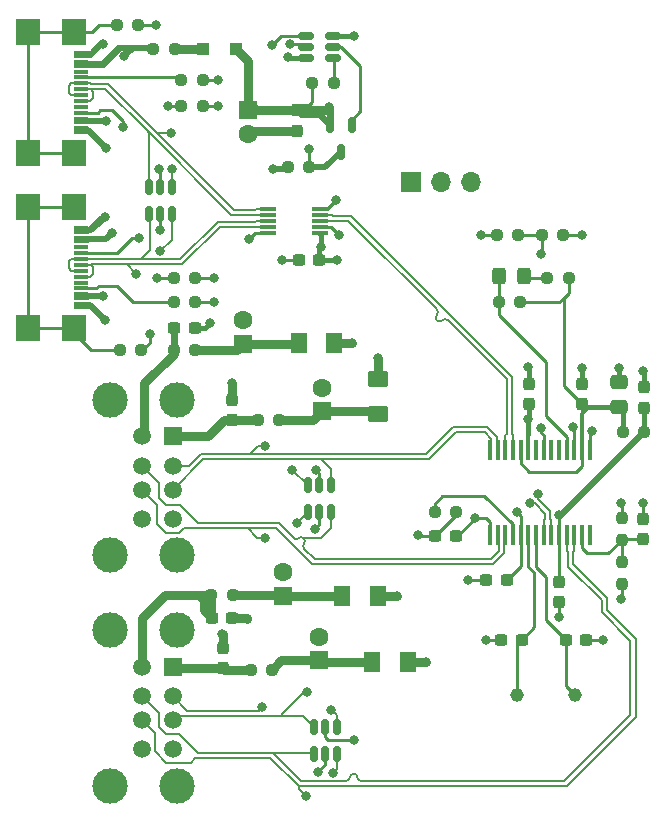
<source format=gtl>
%TF.GenerationSoftware,KiCad,Pcbnew,(6.0.10)*%
%TF.CreationDate,2023-01-17T15:39:29+01:00*%
%TF.ProjectId,kvm,6b766d2e-6b69-4636-9164-5f7063625858,v01*%
%TF.SameCoordinates,Original*%
%TF.FileFunction,Copper,L1,Top*%
%TF.FilePolarity,Positive*%
%FSLAX46Y46*%
G04 Gerber Fmt 4.6, Leading zero omitted, Abs format (unit mm)*
G04 Created by KiCad (PCBNEW (6.0.10)) date 2023-01-17 15:39:29*
%MOMM*%
%LPD*%
G01*
G04 APERTURE LIST*
G04 Aperture macros list*
%AMRoundRect*
0 Rectangle with rounded corners*
0 $1 Rounding radius*
0 $2 $3 $4 $5 $6 $7 $8 $9 X,Y pos of 4 corners*
0 Add a 4 corners polygon primitive as box body*
4,1,4,$2,$3,$4,$5,$6,$7,$8,$9,$2,$3,0*
0 Add four circle primitives for the rounded corners*
1,1,$1+$1,$2,$3*
1,1,$1+$1,$4,$5*
1,1,$1+$1,$6,$7*
1,1,$1+$1,$8,$9*
0 Add four rect primitives between the rounded corners*
20,1,$1+$1,$2,$3,$4,$5,0*
20,1,$1+$1,$4,$5,$6,$7,0*
20,1,$1+$1,$6,$7,$8,$9,0*
20,1,$1+$1,$8,$9,$2,$3,0*%
G04 Aperture macros list end*
%TA.AperFunction,SMDPad,CuDef*%
%ADD10RoundRect,0.237500X-0.250000X-0.237500X0.250000X-0.237500X0.250000X0.237500X-0.250000X0.237500X0*%
%TD*%
%TA.AperFunction,SMDPad,CuDef*%
%ADD11RoundRect,0.237500X0.300000X0.237500X-0.300000X0.237500X-0.300000X-0.237500X0.300000X-0.237500X0*%
%TD*%
%TA.AperFunction,SMDPad,CuDef*%
%ADD12RoundRect,0.250001X0.462499X0.624999X-0.462499X0.624999X-0.462499X-0.624999X0.462499X-0.624999X0*%
%TD*%
%TA.AperFunction,ComponentPad*%
%ADD13R,1.500000X1.500000*%
%TD*%
%TA.AperFunction,ComponentPad*%
%ADD14C,1.500000*%
%TD*%
%TA.AperFunction,ComponentPad*%
%ADD15C,3.000000*%
%TD*%
%TA.AperFunction,SMDPad,CuDef*%
%ADD16RoundRect,0.237500X-0.237500X0.300000X-0.237500X-0.300000X0.237500X-0.300000X0.237500X0.300000X0*%
%TD*%
%TA.AperFunction,SMDPad,CuDef*%
%ADD17RoundRect,0.237500X0.250000X0.237500X-0.250000X0.237500X-0.250000X-0.237500X0.250000X-0.237500X0*%
%TD*%
%TA.AperFunction,SMDPad,CuDef*%
%ADD18R,1.100000X1.100000*%
%TD*%
%TA.AperFunction,SMDPad,CuDef*%
%ADD19RoundRect,0.237500X0.237500X-0.300000X0.237500X0.300000X-0.237500X0.300000X-0.237500X-0.300000X0*%
%TD*%
%TA.AperFunction,SMDPad,CuDef*%
%ADD20RoundRect,0.237500X-0.300000X-0.237500X0.300000X-0.237500X0.300000X0.237500X-0.300000X0.237500X0*%
%TD*%
%TA.AperFunction,SMDPad,CuDef*%
%ADD21RoundRect,0.150000X-0.150000X0.512500X-0.150000X-0.512500X0.150000X-0.512500X0.150000X0.512500X0*%
%TD*%
%TA.AperFunction,ComponentPad*%
%ADD22R,1.600000X1.600000*%
%TD*%
%TA.AperFunction,ComponentPad*%
%ADD23C,1.600000*%
%TD*%
%TA.AperFunction,SMDPad,CuDef*%
%ADD24RoundRect,0.250000X0.475000X-0.337500X0.475000X0.337500X-0.475000X0.337500X-0.475000X-0.337500X0*%
%TD*%
%TA.AperFunction,SMDPad,CuDef*%
%ADD25R,1.150000X0.300000*%
%TD*%
%TA.AperFunction,SMDPad,CuDef*%
%ADD26R,2.000000X2.180000*%
%TD*%
%TA.AperFunction,SMDPad,CuDef*%
%ADD27RoundRect,0.237500X0.237500X-0.250000X0.237500X0.250000X-0.237500X0.250000X-0.237500X-0.250000X0*%
%TD*%
%TA.AperFunction,ComponentPad*%
%ADD28R,1.700000X1.700000*%
%TD*%
%TA.AperFunction,ComponentPad*%
%ADD29O,1.700000X1.700000*%
%TD*%
%TA.AperFunction,SMDPad,CuDef*%
%ADD30R,0.450000X1.750000*%
%TD*%
%TA.AperFunction,SMDPad,CuDef*%
%ADD31RoundRect,0.250000X-0.325000X-0.450000X0.325000X-0.450000X0.325000X0.450000X-0.325000X0.450000X0*%
%TD*%
%TA.AperFunction,SMDPad,CuDef*%
%ADD32R,1.400000X0.300000*%
%TD*%
%TA.AperFunction,SMDPad,CuDef*%
%ADD33RoundRect,0.150000X-0.512500X-0.150000X0.512500X-0.150000X0.512500X0.150000X-0.512500X0.150000X0*%
%TD*%
%TA.AperFunction,SMDPad,CuDef*%
%ADD34RoundRect,0.250001X-0.624999X0.462499X-0.624999X-0.462499X0.624999X-0.462499X0.624999X0.462499X0*%
%TD*%
%TA.AperFunction,ComponentPad*%
%ADD35C,1.155000*%
%TD*%
%TA.AperFunction,ViaPad*%
%ADD36C,0.800000*%
%TD*%
%TA.AperFunction,Conductor*%
%ADD37C,0.800000*%
%TD*%
%TA.AperFunction,Conductor*%
%ADD38C,0.250000*%
%TD*%
%TA.AperFunction,Conductor*%
%ADD39C,0.600000*%
%TD*%
%TA.AperFunction,Conductor*%
%ADD40C,0.400000*%
%TD*%
%TA.AperFunction,Conductor*%
%ADD41C,0.300000*%
%TD*%
%TA.AperFunction,Conductor*%
%ADD42C,0.500000*%
%TD*%
%TA.AperFunction,Conductor*%
%ADD43C,0.200000*%
%TD*%
G04 APERTURE END LIST*
D10*
X70334500Y-68834000D03*
X72159500Y-68834000D03*
D11*
X103097500Y-88265000D03*
X101372500Y-88265000D03*
D12*
X92165500Y-89662000D03*
X89190500Y-89662000D03*
D13*
X74825000Y-76129000D03*
D14*
X74825000Y-78629000D03*
X74825000Y-80629000D03*
X74825000Y-83129000D03*
X72205000Y-76129000D03*
X72205000Y-78629000D03*
X72205000Y-80629000D03*
X72205000Y-83129000D03*
D15*
X75175000Y-86199000D03*
X69495000Y-73059000D03*
X75175000Y-73059000D03*
X69495000Y-86199000D03*
D16*
X107543600Y-88418500D03*
X107543600Y-90143500D03*
D17*
X83843500Y-74771000D03*
X82018500Y-74771000D03*
X107882100Y-59096200D03*
X106057100Y-59096200D03*
X98829500Y-82489600D03*
X97004500Y-82489600D03*
D18*
X80166500Y-43342908D03*
X77366500Y-43342908D03*
D11*
X109828500Y-93345000D03*
X108103500Y-93345000D03*
D17*
X104102044Y-59096200D03*
X102277044Y-59096200D03*
D10*
X74906500Y-62738000D03*
X76731500Y-62738000D03*
X74906500Y-64770000D03*
X76731500Y-64770000D03*
D19*
X114757200Y-73684300D03*
X114757200Y-71959300D03*
D20*
X102642500Y-93345000D03*
X104367500Y-93345000D03*
D11*
X87251000Y-61214000D03*
X85526000Y-61214000D03*
D17*
X108354500Y-62738000D03*
X106529500Y-62738000D03*
D21*
X90009000Y-49763000D03*
X88109000Y-49763000D03*
X89059000Y-52038000D03*
D22*
X80772000Y-68302339D03*
D23*
X80772000Y-66302339D03*
D21*
X74737000Y-54996500D03*
X73787000Y-54996500D03*
X72837000Y-54996500D03*
X72837000Y-57271500D03*
X73787000Y-57271500D03*
X74737000Y-57271500D03*
X88707000Y-100716500D03*
X87757000Y-100716500D03*
X86807000Y-100716500D03*
X86807000Y-102991500D03*
X87757000Y-102991500D03*
X88707000Y-102991500D03*
D24*
X112572800Y-73631600D03*
X112572800Y-71556600D03*
D25*
X67051000Y-43640000D03*
X67051000Y-44440000D03*
X67051000Y-45740000D03*
X67051000Y-46740000D03*
X67051000Y-47240000D03*
X67051000Y-48240000D03*
X67051000Y-49540000D03*
X67051000Y-50340000D03*
X67051000Y-50040000D03*
X67051000Y-49240000D03*
X67051000Y-48740000D03*
X67051000Y-47740000D03*
X67051000Y-46240000D03*
X67051000Y-45240000D03*
X67051000Y-44740000D03*
X67051000Y-43940000D03*
D26*
X62546000Y-41880000D03*
X62546000Y-52100000D03*
X66476000Y-41880000D03*
X66476000Y-52100000D03*
D10*
X75541500Y-45974000D03*
X77366500Y-45974000D03*
D19*
X104952800Y-73379500D03*
X104952800Y-71654500D03*
D17*
X104239700Y-64770000D03*
X102414700Y-64770000D03*
D22*
X87503000Y-74009000D03*
D23*
X87503000Y-72009000D03*
D10*
X84558500Y-53340000D03*
X86383500Y-53340000D03*
D27*
X112826800Y-88620600D03*
X112826800Y-86795600D03*
D11*
X76681500Y-66929000D03*
X74956500Y-66929000D03*
D17*
X76731500Y-68808600D03*
X74906500Y-68808600D03*
D19*
X85370500Y-50239000D03*
X85370500Y-48514000D03*
D16*
X79044800Y-94041987D03*
X79044800Y-95766987D03*
D28*
X95011000Y-54610000D03*
D29*
X97551000Y-54610000D03*
X100091000Y-54610000D03*
D17*
X88447500Y-46202908D03*
X86622500Y-46202908D03*
D22*
X84201000Y-89630000D03*
D23*
X84201000Y-87630000D03*
D10*
X73155000Y-43342908D03*
X74980000Y-43342908D03*
D25*
X67051000Y-58499000D03*
X67051000Y-59299000D03*
X67051000Y-60599000D03*
X67051000Y-61599000D03*
X67051000Y-62099000D03*
X67051000Y-63099000D03*
X67051000Y-64399000D03*
X67051000Y-65199000D03*
X67051000Y-64899000D03*
X67051000Y-64099000D03*
X67051000Y-63599000D03*
X67051000Y-62599000D03*
X67051000Y-61099000D03*
X67051000Y-60099000D03*
X67051000Y-59599000D03*
X67051000Y-58799000D03*
D26*
X62546000Y-56739000D03*
X62546000Y-66959000D03*
X66476000Y-56739000D03*
X66476000Y-66959000D03*
D19*
X109474000Y-73379500D03*
X109474000Y-71654500D03*
D30*
X101693000Y-84499000D03*
X102343000Y-84499000D03*
X102993000Y-84499000D03*
X103643000Y-84499000D03*
X104293000Y-84499000D03*
X104943000Y-84499000D03*
X105593000Y-84499000D03*
X106243000Y-84499000D03*
X106893000Y-84499000D03*
X107543000Y-84499000D03*
X108193000Y-84499000D03*
X108843000Y-84499000D03*
X109493000Y-84499000D03*
X110143000Y-84499000D03*
X110143000Y-77299000D03*
X109493000Y-77299000D03*
X108843000Y-77299000D03*
X108193000Y-77299000D03*
X107543000Y-77299000D03*
X106893000Y-77299000D03*
X106243000Y-77299000D03*
X105593000Y-77299000D03*
X104943000Y-77299000D03*
X104293000Y-77299000D03*
X103643000Y-77299000D03*
X102993000Y-77299000D03*
X102343000Y-77299000D03*
X101693000Y-77299000D03*
D22*
X81179500Y-48485988D03*
D23*
X81179500Y-50485988D03*
D31*
X102492100Y-62525200D03*
X104542100Y-62525200D03*
D32*
X87290000Y-58912000D03*
X87290000Y-58412000D03*
X87290000Y-57912000D03*
X87290000Y-57412000D03*
X87290000Y-56912000D03*
X82890000Y-56912000D03*
X82890000Y-57412000D03*
X82890000Y-57912000D03*
X82890000Y-58412000D03*
X82890000Y-58912000D03*
D11*
X98779500Y-84521600D03*
X97054500Y-84521600D03*
D22*
X87172800Y-95096521D03*
D23*
X87172800Y-93096521D03*
D13*
X74825000Y-95630010D03*
D14*
X74825000Y-98130010D03*
X74825000Y-100130010D03*
X74825000Y-102630010D03*
X72205000Y-95630010D03*
X72205000Y-98130010D03*
X72205000Y-100130010D03*
X72205000Y-102630010D03*
D15*
X69495000Y-92560010D03*
X75175000Y-105700010D03*
X75175000Y-92560010D03*
X69495000Y-105700010D03*
D10*
X70080500Y-41275000D03*
X71905500Y-41275000D03*
D17*
X83259300Y-95869687D03*
X81434300Y-95869687D03*
D10*
X75541500Y-48133000D03*
X77366500Y-48133000D03*
D33*
X86143500Y-42204908D03*
X86143500Y-43154908D03*
X86143500Y-44104908D03*
X88418500Y-44104908D03*
X88418500Y-43154908D03*
X88418500Y-42204908D03*
D16*
X79832200Y-73044900D03*
X79832200Y-74769900D03*
D11*
X79856500Y-91541600D03*
X78131500Y-91541600D03*
D17*
X114755300Y-75717400D03*
X112930300Y-75717400D03*
D12*
X88482500Y-68199000D03*
X85507500Y-68199000D03*
D34*
X92202000Y-71283500D03*
X92202000Y-74258500D03*
D12*
X94705500Y-95250000D03*
X91730500Y-95250000D03*
D35*
X103986000Y-98044000D03*
X108866000Y-98044000D03*
D27*
X112826800Y-84859500D03*
X112826800Y-83034500D03*
D19*
X114604800Y-84811400D03*
X114604800Y-83086400D03*
D17*
X79906500Y-89560400D03*
X78081500Y-89560400D03*
D21*
X88199000Y-80269500D03*
X87249000Y-80269500D03*
X86299000Y-80269500D03*
X86299000Y-82544500D03*
X87249000Y-82544500D03*
X88199000Y-82544500D03*
D36*
X92202000Y-69469000D03*
X86868000Y-83947000D03*
X112776000Y-89916000D03*
X104902000Y-74676000D03*
X90043000Y-68199000D03*
X87376000Y-60071000D03*
X87122000Y-104521000D03*
X88773000Y-61214000D03*
X90196500Y-42264500D03*
X88037500Y-48233500D03*
X96266000Y-95250000D03*
X108712000Y-75311000D03*
X109474000Y-59055000D03*
X73787000Y-58674000D03*
X93853000Y-89662000D03*
X69088000Y-57531000D03*
X84735500Y-42929408D03*
X114681000Y-81788000D03*
X78359000Y-64770000D03*
X84608500Y-44042500D03*
X78359000Y-62738000D03*
X84074000Y-61214000D03*
X78994000Y-92837000D03*
X78651908Y-45974000D03*
X69088000Y-66294000D03*
X68961000Y-42926000D03*
X109474000Y-70358000D03*
X104902000Y-70231000D03*
X77978000Y-66548000D03*
X72898000Y-67437000D03*
X101346000Y-93345000D03*
X81153000Y-91567000D03*
X79883000Y-71628000D03*
X107569000Y-91440000D03*
X112776000Y-81788000D03*
X110363000Y-75692000D03*
X78651908Y-48133000D03*
X95631000Y-84455000D03*
X86995000Y-78994000D03*
X111252000Y-93345000D03*
X90170000Y-101854000D03*
X73406000Y-41275000D03*
X114681000Y-70612000D03*
X73660000Y-53467000D03*
X69215000Y-51689000D03*
X81280000Y-59436000D03*
X112649000Y-70358000D03*
X88646000Y-56134000D03*
X99822000Y-88265000D03*
X100965000Y-59055000D03*
X104013000Y-82550000D03*
X107569000Y-82804000D03*
X100457000Y-83058000D03*
X83211500Y-43026500D03*
X86360000Y-51816000D03*
X106045000Y-60706000D03*
X106045000Y-75438000D03*
X88900000Y-59055000D03*
X74803000Y-53467000D03*
X74676000Y-50419000D03*
X73787000Y-60424500D03*
X71755000Y-62357000D03*
X84963000Y-78994000D03*
X82677000Y-76962000D03*
X85344000Y-83439000D03*
X82677000Y-84709000D03*
X88392000Y-104612500D03*
X86106000Y-106553000D03*
X105781232Y-81035768D03*
X86233000Y-97790000D03*
X105038768Y-81778232D03*
X82423000Y-99060000D03*
X88265000Y-99314000D03*
X69723000Y-58928000D03*
X68961000Y-64262000D03*
X83312000Y-53467000D03*
X72009000Y-59309000D03*
X73533000Y-62738000D03*
X69215000Y-49403000D03*
X70739000Y-43942000D03*
X74422000Y-48133000D03*
X70612000Y-49911000D03*
D37*
X92202000Y-71283500D02*
X92202000Y-69469000D01*
X81915000Y-48514000D02*
X81207512Y-48514000D01*
X85524000Y-48360500D02*
X85370500Y-48514000D01*
D38*
X107882100Y-59096200D02*
X109432800Y-59096200D01*
X109432800Y-59096200D02*
X109474000Y-59055000D01*
X112826800Y-89865200D02*
X112776000Y-89916000D01*
D39*
X87214500Y-48868500D02*
X88109000Y-49763000D01*
D37*
X88482500Y-68199000D02*
X90043000Y-68199000D01*
X81179500Y-44355908D02*
X80166500Y-43342908D01*
D39*
X85370500Y-48514000D02*
X85725000Y-48868500D01*
D37*
X81179500Y-47598500D02*
X81179500Y-44355908D01*
D38*
X86640500Y-46201500D02*
X86639092Y-46202908D01*
D40*
X90136908Y-42204908D02*
X90196500Y-42264500D01*
D38*
X85979000Y-48514000D02*
X86640500Y-47852500D01*
D37*
X81179500Y-48485988D02*
X81179500Y-47598500D01*
D40*
X87376000Y-60071000D02*
X87376000Y-58998000D01*
D38*
X73787000Y-58674000D02*
X73787000Y-57271500D01*
X108843000Y-75442000D02*
X108712000Y-75311000D01*
D37*
X85370500Y-48514000D02*
X87757000Y-48514000D01*
D40*
X104952800Y-73379500D02*
X104952800Y-74625200D01*
X87251000Y-61214000D02*
X88773000Y-61214000D01*
D37*
X94705500Y-95250000D02*
X96266000Y-95250000D01*
X87757000Y-48514000D02*
X88037500Y-48233500D01*
D38*
X87249000Y-82544500D02*
X87249000Y-83566000D01*
D40*
X87340000Y-58962000D02*
X87290000Y-58962000D01*
X87251000Y-60196000D02*
X87376000Y-60071000D01*
D41*
X104943000Y-75987000D02*
X104943000Y-77299000D01*
D38*
X87757000Y-103886000D02*
X87122000Y-104521000D01*
D40*
X88418500Y-42204908D02*
X90136908Y-42204908D01*
D39*
X88109000Y-49763000D02*
X88109000Y-48305000D01*
D40*
X87376000Y-58998000D02*
X87340000Y-58962000D01*
D37*
X81179500Y-47598500D02*
X81179500Y-47778500D01*
D40*
X104952800Y-74625200D02*
X104902000Y-74676000D01*
D39*
X88109000Y-48305000D02*
X88037500Y-48233500D01*
D41*
X104902000Y-75946000D02*
X104943000Y-75987000D01*
D38*
X108843000Y-77299000D02*
X108843000Y-75442000D01*
D37*
X81207512Y-48514000D02*
X81179500Y-48485988D01*
D40*
X104902000Y-74676000D02*
X104902000Y-75946000D01*
D38*
X87757000Y-102991500D02*
X87757000Y-103886000D01*
D40*
X87251000Y-61214000D02*
X87251000Y-60196000D01*
D38*
X86639092Y-46202908D02*
X86622500Y-46202908D01*
D39*
X85725000Y-48868500D02*
X87214500Y-48868500D01*
D37*
X81179500Y-47778500D02*
X81915000Y-48514000D01*
D38*
X85370500Y-48514000D02*
X85979000Y-48514000D01*
D37*
X85370500Y-48514000D02*
X81915000Y-48514000D01*
D38*
X86640500Y-47852500D02*
X86640500Y-46201500D01*
X87249000Y-83566000D02*
X86868000Y-83947000D01*
X112826800Y-88620600D02*
X112826800Y-89865200D01*
D37*
X86132500Y-48360500D02*
X85524000Y-48360500D01*
X92165500Y-89662000D02*
X93853000Y-89662000D01*
D38*
X86133908Y-43154908D02*
X86132500Y-43153500D01*
D42*
X67945000Y-58674000D02*
X68580000Y-58039000D01*
D38*
X88011000Y-101854000D02*
X90170000Y-101854000D01*
X76731500Y-62738000D02*
X78359000Y-62738000D01*
D42*
X68580000Y-58039000D02*
X69088000Y-57531000D01*
D38*
X77366500Y-45974000D02*
X78651908Y-45974000D01*
X81804000Y-58912000D02*
X81280000Y-59436000D01*
X71905500Y-41275000D02*
X73406000Y-41275000D01*
D40*
X86143500Y-44104908D02*
X84670908Y-44104908D01*
D42*
X67818000Y-65024000D02*
X69088000Y-66294000D01*
D38*
X67691000Y-65151000D02*
X67691000Y-65024000D01*
X102642500Y-93345000D02*
X101346000Y-93345000D01*
X85526000Y-61214000D02*
X84074000Y-61214000D01*
X67691000Y-65024000D02*
X67691000Y-64897000D01*
X101006200Y-59096200D02*
X100965000Y-59055000D01*
X98829500Y-82489600D02*
X98829500Y-82746600D01*
X86132500Y-43153500D02*
X85908408Y-42929408D01*
X107569000Y-90168900D02*
X107543600Y-90143500D01*
X112826800Y-81838800D02*
X112776000Y-81788000D01*
X109828500Y-93345000D02*
X111252000Y-93345000D01*
X67053000Y-50038000D02*
X67051000Y-50040000D01*
X110143000Y-75912000D02*
X110363000Y-75692000D01*
D37*
X79044800Y-94041987D02*
X79044800Y-92887800D01*
D38*
X88519000Y-56261000D02*
X88646000Y-56134000D01*
X107569000Y-91440000D02*
X107569000Y-90168900D01*
X72898000Y-68199000D02*
X72898000Y-67437000D01*
D40*
X104952800Y-70281800D02*
X104902000Y-70231000D01*
D38*
X67691000Y-58674000D02*
X67691000Y-58547000D01*
X107543600Y-90143500D02*
X107543600Y-91414600D01*
X101372500Y-88265000D02*
X99822000Y-88265000D01*
D41*
X67866000Y-43640000D02*
X68580000Y-42926000D01*
D38*
X67691000Y-64897000D02*
X67053000Y-64897000D01*
D40*
X114757200Y-71959300D02*
X114757200Y-70688200D01*
X84670908Y-44104908D02*
X84608500Y-44042500D01*
D38*
X67051000Y-58799000D02*
X67689000Y-58799000D01*
X112826800Y-83034500D02*
X112826800Y-81838800D01*
X67689000Y-58799000D02*
X67691000Y-58801000D01*
X85908408Y-42929408D02*
X84735500Y-42929408D01*
X72263000Y-68834000D02*
X72898000Y-68199000D01*
D37*
X85370500Y-50239000D02*
X81426488Y-50239000D01*
D38*
X87249000Y-79248000D02*
X86995000Y-78994000D01*
X72159500Y-68834000D02*
X72263000Y-68834000D01*
D37*
X81127600Y-91541600D02*
X81153000Y-91567000D01*
X79044800Y-92887800D02*
X78994000Y-92837000D01*
X81426488Y-50239000D02*
X81179500Y-50485988D01*
D40*
X77597000Y-66929000D02*
X77978000Y-66548000D01*
D42*
X67691000Y-50165000D02*
X69215000Y-51689000D01*
D37*
X79856500Y-91541600D02*
X81127600Y-91541600D01*
D38*
X86143500Y-43154908D02*
X86133908Y-43154908D01*
X87757000Y-101600000D02*
X88011000Y-101854000D01*
D42*
X67691000Y-65024000D02*
X67818000Y-65024000D01*
D38*
X73787000Y-53594000D02*
X73787000Y-54996500D01*
X87868000Y-56912000D02*
X88519000Y-56261000D01*
D40*
X114757200Y-70688200D02*
X114681000Y-70612000D01*
D38*
X67691000Y-50292000D02*
X67643000Y-50340000D01*
D41*
X67051000Y-43940000D02*
X67947000Y-43940000D01*
D38*
X114604800Y-81864200D02*
X114681000Y-81788000D01*
X82890000Y-58912000D02*
X81804000Y-58912000D01*
X67691000Y-50165000D02*
X67691000Y-50292000D01*
X67643000Y-65199000D02*
X67691000Y-65151000D01*
X67051000Y-50340000D02*
X67643000Y-50340000D01*
X67053000Y-64897000D02*
X67051000Y-64899000D01*
X73660000Y-53467000D02*
X73787000Y-53594000D01*
X98829500Y-82746600D02*
X97054500Y-84521600D01*
X87757000Y-100716500D02*
X87757000Y-101600000D01*
X114604800Y-83086400D02*
X114604800Y-81864200D01*
X67051000Y-58499000D02*
X67739000Y-58499000D01*
X67051000Y-65199000D02*
X67643000Y-65199000D01*
X76731500Y-64770000D02*
X78359000Y-64770000D01*
X67643000Y-58499000D02*
X67051000Y-58499000D01*
X68707000Y-57531000D02*
X69088000Y-57531000D01*
X87249000Y-80269500D02*
X87249000Y-79248000D01*
D40*
X112572800Y-70434200D02*
X112649000Y-70358000D01*
D38*
X87290000Y-56912000D02*
X87868000Y-56912000D01*
D40*
X104952800Y-71654500D02*
X104952800Y-70281800D01*
D38*
X67691000Y-58801000D02*
X67691000Y-58674000D01*
X77366500Y-48133000D02*
X78651908Y-48133000D01*
X67739000Y-58499000D02*
X68707000Y-57531000D01*
X102277044Y-59096200D02*
X101006200Y-59096200D01*
D40*
X76681500Y-66929000D02*
X77597000Y-66929000D01*
X109474000Y-71654500D02*
X109474000Y-70358000D01*
D38*
X95697600Y-84521600D02*
X95631000Y-84455000D01*
D37*
X79832200Y-71678800D02*
X79883000Y-71628000D01*
D41*
X67947000Y-43940000D02*
X68961000Y-42926000D01*
D37*
X79832200Y-73044900D02*
X79832200Y-71678800D01*
D38*
X110143000Y-77299000D02*
X110143000Y-75912000D01*
D40*
X112572800Y-71556600D02*
X112572800Y-70434200D01*
D38*
X67691000Y-50038000D02*
X67053000Y-50038000D01*
X67691000Y-58547000D02*
X67643000Y-58499000D01*
X67691000Y-50038000D02*
X67691000Y-50165000D01*
D42*
X67691000Y-58674000D02*
X67945000Y-58674000D01*
D41*
X67051000Y-43640000D02*
X67866000Y-43640000D01*
D38*
X97054500Y-84521600D02*
X95697600Y-84521600D01*
X108966000Y-79121000D02*
X105015000Y-79121000D01*
X105015000Y-79121000D02*
X104293000Y-78399000D01*
D40*
X112930300Y-75717400D02*
X112930300Y-73989100D01*
D38*
X108354500Y-63984500D02*
X108354500Y-62738000D01*
X109493000Y-77299000D02*
X109493000Y-78594000D01*
X107950000Y-64389000D02*
X108204000Y-64135000D01*
X107950000Y-71855500D02*
X107950000Y-64389000D01*
D41*
X109493000Y-77299000D02*
X109493000Y-74219200D01*
D40*
X109726100Y-73631600D02*
X109474000Y-73379500D01*
D38*
X108204000Y-64135000D02*
X108354500Y-63984500D01*
X109493000Y-78594000D02*
X108966000Y-79121000D01*
X104239700Y-64770000D02*
X107569000Y-64770000D01*
X107569000Y-64770000D02*
X108204000Y-64135000D01*
X109474000Y-73379500D02*
X107950000Y-71855500D01*
X104293000Y-78399000D02*
X104293000Y-77299000D01*
D40*
X110080600Y-73631600D02*
X109726100Y-73631600D01*
D38*
X109493000Y-77299000D02*
X109493000Y-73398500D01*
D40*
X112930300Y-73989100D02*
X112572800Y-73631600D01*
D41*
X109493000Y-74219200D02*
X110080600Y-73631600D01*
D38*
X109493000Y-73398500D02*
X109474000Y-73379500D01*
D40*
X112572800Y-73631600D02*
X110080600Y-73631600D01*
D38*
X104367500Y-93345000D02*
X103986000Y-93726500D01*
X104943000Y-87163000D02*
X105410000Y-87630000D01*
X103986000Y-93726500D02*
X103986000Y-98044000D01*
X105410000Y-87630000D02*
X105410000Y-92302500D01*
X105410000Y-92302500D02*
X104367500Y-93345000D01*
X104943000Y-84499000D02*
X104943000Y-87163000D01*
X106426000Y-91667500D02*
X108103500Y-93345000D01*
X105593000Y-84499000D02*
X105593000Y-87176604D01*
X105593000Y-87176604D02*
X106426000Y-88009604D01*
X106426000Y-88009604D02*
X106426000Y-91667500D01*
X108103500Y-97281500D02*
X108866000Y-98044000D01*
X108103500Y-93345000D02*
X108103500Y-97281500D01*
X111707300Y-85979000D02*
X109873000Y-85979000D01*
X114604800Y-84811400D02*
X112874900Y-84811400D01*
X112826800Y-84859500D02*
X111707300Y-85979000D01*
X112874900Y-84811400D02*
X112826800Y-84859500D01*
X109493000Y-85599000D02*
X109493000Y-84499000D01*
X109873000Y-85979000D02*
X109493000Y-85599000D01*
X112826800Y-86795600D02*
X112826800Y-84859500D01*
D37*
X76731500Y-68808600D02*
X80265739Y-68808600D01*
X80265739Y-68808600D02*
X80772000Y-68302339D01*
X80772000Y-68302339D02*
X85404161Y-68302339D01*
X85404161Y-68302339D02*
X85507500Y-68199000D01*
X72425000Y-71593000D02*
X72425000Y-75909000D01*
X74906500Y-68808600D02*
X74906500Y-69111500D01*
X74906500Y-69111500D02*
X72425000Y-71593000D01*
D39*
X74956500Y-66929000D02*
X74956500Y-68758600D01*
D37*
X72425000Y-75909000D02*
X72205000Y-76129000D01*
D39*
X74956500Y-68758600D02*
X74906500Y-68808600D01*
D37*
X86741000Y-74771000D02*
X87503000Y-74009000D01*
X87503000Y-74009000D02*
X91882490Y-74009000D01*
X83843500Y-74771000D02*
X86741000Y-74771000D01*
X91882490Y-74009000D02*
X92111500Y-74238010D01*
X79154100Y-74769900D02*
X77795000Y-76129000D01*
X79833300Y-74771000D02*
X79832200Y-74769900D01*
X79832200Y-74769900D02*
X79154100Y-74769900D01*
X82018500Y-74771000D02*
X79833300Y-74771000D01*
X77795000Y-76129000D02*
X74825000Y-76129000D01*
D42*
X107668700Y-82804000D02*
X114755300Y-75717400D01*
D38*
X104293000Y-84499000D02*
X104293000Y-87069500D01*
X101693000Y-83405000D02*
X101693000Y-84499000D01*
X100457000Y-83058000D02*
X101346000Y-83058000D01*
X104013000Y-82550000D02*
X104293000Y-82830000D01*
X107569000Y-82804000D02*
X107569000Y-84473000D01*
X104293000Y-87069500D02*
X103097500Y-88265000D01*
X98993400Y-84521600D02*
X100457000Y-83058000D01*
X104293000Y-82830000D02*
X104293000Y-84499000D01*
D40*
X114757200Y-75715500D02*
X114755300Y-75717400D01*
D38*
X98779500Y-84521600D02*
X98993400Y-84521600D01*
X107569000Y-84473000D02*
X107543000Y-84499000D01*
X101346000Y-83058000D02*
X101693000Y-83405000D01*
X107543000Y-88417900D02*
X107543000Y-84499000D01*
D40*
X114757200Y-73684300D02*
X114757200Y-75715500D01*
D42*
X107569000Y-82804000D02*
X107668700Y-82804000D01*
D38*
X107543600Y-88418500D02*
X107543000Y-88417900D01*
D37*
X81434300Y-95869687D02*
X79147500Y-95869687D01*
X79044800Y-95766987D02*
X74961977Y-95766987D01*
X79147500Y-95869687D02*
X79044800Y-95766987D01*
X74961977Y-95766987D02*
X74825000Y-95630010D01*
X77444600Y-90854700D02*
X77444600Y-89941400D01*
X74142600Y-89560400D02*
X72205000Y-91498000D01*
X77444600Y-89941400D02*
X77444600Y-89560400D01*
X78081500Y-91491600D02*
X78131500Y-91541600D01*
X78081500Y-89560400D02*
X78081500Y-91491600D01*
X72205000Y-91498000D02*
X72205000Y-95630010D01*
X76479400Y-89560400D02*
X74142600Y-89560400D01*
X77444600Y-89560400D02*
X76479400Y-89560400D01*
X77063600Y-89560400D02*
X76479400Y-89560400D01*
X78081500Y-89560400D02*
X77444600Y-89560400D01*
X77444600Y-89941400D02*
X77063600Y-89560400D01*
X78131500Y-91541600D02*
X77444600Y-90854700D01*
X84201000Y-89630000D02*
X89158500Y-89630000D01*
X79906500Y-89560400D02*
X84131400Y-89560400D01*
X89158500Y-89630000D02*
X89190500Y-89662000D01*
X84131400Y-89560400D02*
X84201000Y-89630000D01*
X87326279Y-95250000D02*
X87172800Y-95096521D01*
X91730500Y-95250000D02*
X87326279Y-95250000D01*
X87172800Y-95096521D02*
X84032466Y-95096521D01*
X84032466Y-95096521D02*
X83259300Y-95869687D01*
X77366500Y-43342908D02*
X74980000Y-43342908D01*
D38*
X108193000Y-77299000D02*
X108193000Y-76189000D01*
X102492100Y-62525200D02*
X102492100Y-64692600D01*
X102414700Y-65838700D02*
X102414700Y-64770000D01*
X102492100Y-64692600D02*
X102414700Y-64770000D01*
X108193000Y-76189000D02*
X106426000Y-74422000D01*
X106426000Y-69850000D02*
X102414700Y-65838700D01*
X106426000Y-74422000D02*
X106426000Y-69850000D01*
X104754900Y-62738000D02*
X104542100Y-62525200D01*
X106529500Y-62738000D02*
X104754900Y-62738000D01*
X86360000Y-53316500D02*
X86383500Y-53340000D01*
X86360000Y-51816000D02*
X86360000Y-53316500D01*
X86143500Y-42204908D02*
X84033092Y-42204908D01*
D42*
X86383500Y-53340000D02*
X87757000Y-53340000D01*
X87757000Y-53340000D02*
X89059000Y-52038000D01*
D38*
X84033092Y-42204908D02*
X83211500Y-43026500D01*
X106243000Y-76017000D02*
X106243000Y-77299000D01*
X104102044Y-59096200D02*
X106057100Y-59096200D01*
X106057100Y-59096200D02*
X106057100Y-60693900D01*
X106057100Y-60693900D02*
X106045000Y-60706000D01*
X106045000Y-75438000D02*
X106045000Y-75819000D01*
X106045000Y-75819000D02*
X106243000Y-76017000D01*
X88257000Y-58412000D02*
X87290000Y-58412000D01*
X88900000Y-59055000D02*
X88257000Y-58412000D01*
X90704500Y-44804500D02*
X89054908Y-43154908D01*
X90009000Y-49763000D02*
X90009000Y-49310000D01*
X90009000Y-49310000D02*
X90704500Y-48614500D01*
X90704500Y-48614500D02*
X90704500Y-44804500D01*
X89054908Y-43154908D02*
X88418500Y-43154908D01*
D43*
X67051000Y-47740000D02*
X67830000Y-47740000D01*
X72837000Y-54996500D02*
X72837000Y-50422200D01*
X67938501Y-46715000D02*
X69129800Y-46715000D01*
X72837000Y-50422200D02*
X72548400Y-50133600D01*
X81814999Y-57387000D02*
X81839999Y-57412000D01*
X79801800Y-57387000D02*
X81814999Y-57387000D01*
X68072000Y-46936000D02*
X67876000Y-46740000D01*
X67830000Y-47740000D02*
X68072000Y-47498000D01*
X69129800Y-46715000D02*
X72548400Y-50133600D01*
X67876000Y-46740000D02*
X67051000Y-46740000D01*
X67913501Y-46740000D02*
X67938501Y-46715000D01*
X67051000Y-46740000D02*
X67913501Y-46740000D01*
X72548400Y-50133600D02*
X79801800Y-57387000D01*
X68072000Y-47498000D02*
X68072000Y-46936000D01*
X81839999Y-57412000D02*
X82890000Y-57412000D01*
X74737000Y-53533000D02*
X74803000Y-53467000D01*
X74737000Y-54996500D02*
X74737000Y-53533000D01*
X67051000Y-46240000D02*
X67913501Y-46240000D01*
X81814999Y-56937000D02*
X81839999Y-56912000D01*
X74676000Y-50419000D02*
X73470200Y-50419000D01*
X69316200Y-46265000D02*
X72993600Y-49942400D01*
X72993600Y-49942400D02*
X79988200Y-56937000D01*
X66040000Y-47054000D02*
X66226000Y-47240000D01*
X66226000Y-46240000D02*
X66040000Y-46426000D01*
X73470200Y-50419000D02*
X72993600Y-49942400D01*
X67913501Y-46240000D02*
X67938501Y-46265000D01*
X81839999Y-56912000D02*
X82890000Y-56912000D01*
X67938501Y-46265000D02*
X69316200Y-46265000D01*
X67051000Y-46240000D02*
X66226000Y-46240000D01*
X66226000Y-47240000D02*
X67051000Y-47240000D01*
X79988200Y-56937000D02*
X81814999Y-56937000D01*
X66040000Y-46426000D02*
X66040000Y-47054000D01*
X74737000Y-59474500D02*
X73787000Y-60424500D01*
X67913501Y-61599000D02*
X67938501Y-61574000D01*
X67876000Y-61599000D02*
X67051000Y-61599000D01*
X68072000Y-61795000D02*
X67876000Y-61599000D01*
X67051000Y-61599000D02*
X67913501Y-61599000D01*
X78837200Y-58387000D02*
X81814999Y-58387000D01*
X67830000Y-62599000D02*
X68072000Y-62357000D01*
X67051000Y-62599000D02*
X67830000Y-62599000D01*
X70760000Y-61574000D02*
X75650200Y-61574000D01*
X74737000Y-57271500D02*
X74737000Y-59474500D01*
X70972000Y-61574000D02*
X70760000Y-61574000D01*
X71755000Y-62357000D02*
X70972000Y-61574000D01*
X81839999Y-58412000D02*
X82890000Y-58412000D01*
X75650200Y-61574000D02*
X78837200Y-58387000D01*
X67938501Y-61574000D02*
X70760000Y-61574000D01*
X68072000Y-62357000D02*
X68072000Y-61795000D01*
X81814999Y-58387000D02*
X81839999Y-58412000D01*
X72226000Y-61124000D02*
X75463800Y-61124000D01*
X66040000Y-61285000D02*
X66040000Y-61913000D01*
X67938501Y-61124000D02*
X71919000Y-61124000D01*
X72837000Y-57271500D02*
X72898000Y-57332500D01*
X72898000Y-60325000D02*
X72099000Y-61124000D01*
X67913501Y-61099000D02*
X67938501Y-61124000D01*
X66040000Y-61913000D02*
X66226000Y-62099000D01*
X81814999Y-57937000D02*
X81839999Y-57912000D01*
X66226000Y-62099000D02*
X67051000Y-62099000D01*
X67051000Y-61099000D02*
X66226000Y-61099000D01*
X75463800Y-61124000D02*
X78650800Y-57937000D01*
X67051000Y-61099000D02*
X67913501Y-61099000D01*
X71919000Y-61124000D02*
X72226000Y-61124000D01*
X72099000Y-61124000D02*
X71919000Y-61124000D01*
X72898000Y-57332500D02*
X72898000Y-60325000D01*
X78650800Y-57937000D02*
X81814999Y-57937000D01*
X66226000Y-61099000D02*
X66040000Y-61285000D01*
X81839999Y-57912000D02*
X82890000Y-57912000D01*
X82677000Y-76962000D02*
X82042000Y-76962000D01*
X102243000Y-76549000D02*
X102243000Y-76143800D01*
X98585800Y-75340000D02*
X96299800Y-77626000D01*
X81378000Y-77626000D02*
X77191603Y-77626000D01*
X102343000Y-76649000D02*
X102243000Y-76549000D01*
X77191603Y-77626000D02*
X76188603Y-78629000D01*
X102243000Y-76143800D02*
X101439200Y-75340000D01*
X82140000Y-77626000D02*
X81378000Y-77626000D01*
X101439200Y-75340000D02*
X98585800Y-75340000D01*
X86299000Y-80269500D02*
X86238500Y-80269500D01*
X82042000Y-76962000D02*
X81378000Y-77626000D01*
X76188603Y-78629000D02*
X74825000Y-78629000D01*
X86238500Y-80269500D02*
X84963000Y-78994000D01*
X96299800Y-77626000D02*
X82140000Y-77626000D01*
X102343000Y-77299000D02*
X102343000Y-76649000D01*
X85823000Y-78076000D02*
X77378000Y-78076000D01*
X88199000Y-78870000D02*
X87405000Y-78076000D01*
X101693000Y-76649000D02*
X101793000Y-76549000D01*
X77378000Y-78076000D02*
X74825000Y-80629000D01*
X96486200Y-78076000D02*
X87405000Y-78076000D01*
X88199000Y-80269500D02*
X88199000Y-78870000D01*
X101693000Y-77299000D02*
X101693000Y-76649000D01*
X101252800Y-75790000D02*
X98772200Y-75790000D01*
X98772200Y-75790000D02*
X96486200Y-78076000D01*
X87405000Y-78076000D02*
X85823000Y-78076000D01*
X101793000Y-76549000D02*
X101793000Y-76330200D01*
X101793000Y-76330200D02*
X101252800Y-75790000D01*
X76991000Y-83468000D02*
X83786200Y-83468000D01*
X83786200Y-83468000D02*
X85058600Y-84740400D01*
X85911630Y-84740400D02*
X85944733Y-84773503D01*
X101760800Y-86516000D02*
X102443000Y-85833800D01*
X102443000Y-85833800D02*
X102443000Y-85249000D01*
X85943031Y-84709000D02*
X85911630Y-84740401D01*
X73630191Y-81312991D02*
X74232200Y-81915000D01*
X91088000Y-86516000D02*
X101760800Y-86516000D01*
X85944733Y-85626533D02*
X85944734Y-85626535D01*
X85485115Y-84740399D02*
X85485116Y-84740401D01*
X88199000Y-82544500D02*
X88199000Y-83886000D01*
X85911630Y-84740401D02*
X85911630Y-84740400D01*
X86834200Y-86516000D02*
X91088000Y-86516000D01*
X73630191Y-80054191D02*
X73630191Y-81312991D01*
X74232200Y-81915000D02*
X75438000Y-81915000D01*
X102443000Y-85249000D02*
X102343000Y-85149000D01*
X75438000Y-81915000D02*
X76991000Y-83468000D01*
X85944734Y-85626535D02*
X86834200Y-86516000D01*
X72205000Y-78629000D02*
X73630191Y-80054191D01*
X88199000Y-83886000D02*
X87376000Y-84709000D01*
X85944734Y-85200018D02*
X85944733Y-85200019D01*
X102343000Y-85149000D02*
X102343000Y-84499000D01*
X87376000Y-84709000D02*
X85943031Y-84709000D01*
X85944710Y-85626556D02*
G75*
G02*
X85944734Y-85200020I213290J213256D01*
G01*
X85944773Y-85200057D02*
G75*
G03*
X85944733Y-84773503I-213273J213257D01*
G01*
X85485157Y-84740441D02*
G75*
G02*
X85058601Y-84740399I-213257J213341D01*
G01*
X85911630Y-84740401D02*
G75*
G03*
X85485116Y-84740401I-213257J-213253D01*
G01*
X102993000Y-84499000D02*
X102993000Y-85149000D01*
X82677000Y-84709000D02*
X81973000Y-84709000D01*
X101947200Y-86966000D02*
X86647800Y-86966000D01*
X75747800Y-83918000D02*
X75337800Y-84328000D01*
X102893000Y-86020200D02*
X101947200Y-86966000D01*
X74295000Y-84328000D02*
X73533000Y-83566000D01*
X73533000Y-81957000D02*
X72205000Y-80629000D01*
X86238500Y-82544500D02*
X85344000Y-83439000D01*
X83599800Y-83918000D02*
X81182000Y-83918000D01*
X102993000Y-85149000D02*
X102893000Y-85249000D01*
X83851400Y-84169600D02*
X83599800Y-83918000D01*
X86299000Y-82544500D02*
X86238500Y-82544500D01*
X102893000Y-85249000D02*
X102893000Y-86020200D01*
X73533000Y-83566000D02*
X73533000Y-81957000D01*
X81973000Y-84709000D02*
X81182000Y-83918000D01*
X81182000Y-83918000D02*
X75747800Y-83918000D01*
X75337800Y-84328000D02*
X74295000Y-84328000D01*
X86647800Y-86966000D02*
X83851400Y-84169600D01*
X108843000Y-84499000D02*
X108843000Y-85811501D01*
X88707000Y-104297500D02*
X88392000Y-104612500D01*
X73325019Y-102789019D02*
X73325019Y-101250029D01*
X76337058Y-103759000D02*
X74295000Y-103759000D01*
X114017000Y-99915200D02*
X108170200Y-105762000D01*
X108743000Y-85911501D02*
X108743000Y-86961800D01*
X108843000Y-85811501D02*
X108743000Y-85911501D01*
X85504800Y-105951800D02*
X85504800Y-105762000D01*
X114017000Y-93251800D02*
X114017000Y-99915200D01*
X85504800Y-105762000D02*
X83091800Y-103349000D01*
X86106000Y-106553000D02*
X85504800Y-105951800D01*
X108170200Y-105762000D02*
X93951000Y-105762000D01*
X73325019Y-101250029D02*
X72205000Y-100130010D01*
X93951000Y-105762000D02*
X92739000Y-105762000D01*
X108743000Y-86961800D02*
X111604000Y-89822800D01*
X83091800Y-103349000D02*
X76747058Y-103349000D01*
X92739000Y-105762000D02*
X85504800Y-105762000D01*
X76747058Y-103349000D02*
X76337058Y-103759000D01*
X111604000Y-89822800D02*
X111604000Y-90838800D01*
X74295000Y-103759000D02*
X73325019Y-102789019D01*
X111604000Y-90838800D02*
X114017000Y-93251800D01*
X88707000Y-102991500D02*
X88707000Y-104297500D01*
X108193000Y-84499000D02*
X108193000Y-85811501D01*
X73660000Y-100711000D02*
X73660000Y-99585010D01*
X89504446Y-105312000D02*
X89476000Y-105312000D01*
X86807000Y-102991500D02*
X86714500Y-102899000D01*
X90465223Y-105001223D02*
X90465223Y-105001222D01*
X83029000Y-102899000D02*
X76933458Y-102899000D01*
X108293000Y-85911501D02*
X108293000Y-87148200D01*
X107983800Y-105312000D02*
X90776000Y-105312000D01*
X113567000Y-93438200D02*
X113567000Y-99728800D01*
X75380458Y-101346000D02*
X74295000Y-101346000D01*
X89476000Y-105312000D02*
X85691200Y-105312000D01*
X90154446Y-104690445D02*
X90126000Y-104690445D01*
X83278200Y-102899000D02*
X83029000Y-102899000D01*
X74295000Y-101346000D02*
X73660000Y-100711000D01*
X111154000Y-91025200D02*
X113567000Y-93438200D01*
X76933458Y-102899000D02*
X75380458Y-101346000D01*
X113567000Y-99728800D02*
X107983800Y-105312000D01*
X111154000Y-90009200D02*
X111154000Y-91025200D01*
X89815223Y-105001222D02*
X89815223Y-105001223D01*
X86714500Y-102899000D02*
X83029000Y-102899000D01*
X108193000Y-85811501D02*
X108293000Y-85911501D01*
X73660000Y-99585010D02*
X72205000Y-98130010D01*
X85691200Y-105312000D02*
X83278200Y-102899000D01*
X108293000Y-87148200D02*
X111154000Y-90009200D01*
X90154446Y-104690377D02*
G75*
G02*
X90465223Y-105001222I-46J-310823D01*
G01*
X89815245Y-105001222D02*
G75*
G02*
X90126000Y-104690445I310755J22D01*
G01*
X89504446Y-105312023D02*
G75*
G03*
X89815223Y-105001223I-46J310823D01*
G01*
X90465200Y-105001223D02*
G75*
G03*
X90776000Y-105312000I310800J23D01*
G01*
X106893000Y-84499000D02*
X106893000Y-83186499D01*
X106793000Y-83086499D02*
X106793000Y-82471801D01*
X86807000Y-100716500D02*
X85883500Y-99793000D01*
X75162010Y-99793000D02*
X74825000Y-100130010D01*
X106793000Y-82471801D02*
X105781232Y-81460033D01*
X85471000Y-98298000D02*
X85979000Y-97790000D01*
X84201000Y-99568000D02*
X85471000Y-98298000D01*
X85883500Y-99793000D02*
X83976000Y-99793000D01*
X83976000Y-99793000D02*
X84201000Y-99568000D01*
X83630630Y-99793000D02*
X83214000Y-99793000D01*
X85979000Y-97790000D02*
X86233000Y-97790000D01*
X106893000Y-83186499D02*
X106793000Y-83086499D01*
X83630630Y-99793000D02*
X83976000Y-99793000D01*
X83214000Y-99793000D02*
X75162010Y-99793000D01*
X105781232Y-81460033D02*
X105781232Y-81035768D01*
X106343000Y-82658199D02*
X105463033Y-81778232D01*
X81534000Y-99343000D02*
X82140000Y-99343000D01*
X76037990Y-99343000D02*
X74825000Y-98130010D01*
X88707000Y-99756000D02*
X88265000Y-99314000D01*
X106343000Y-83086499D02*
X106343000Y-82658199D01*
X82140000Y-99343000D02*
X82423000Y-99060000D01*
X106243000Y-84499000D02*
X106243000Y-83186499D01*
X105463033Y-81778232D02*
X105038768Y-81778232D01*
X106243000Y-83186499D02*
X106343000Y-83086499D01*
X88707000Y-100716500D02*
X88707000Y-99756000D01*
X81534000Y-99343000D02*
X76037990Y-99343000D01*
X88365001Y-57887000D02*
X89699800Y-57887000D01*
X98105637Y-66292837D02*
X103093000Y-71280200D01*
X97186399Y-65833219D02*
X97186400Y-65833219D01*
X89699800Y-57887000D02*
X97186400Y-65373600D01*
X97644747Y-66294108D02*
X97644747Y-66294109D01*
X87290000Y-57912000D02*
X88340001Y-57912000D01*
X98105638Y-66292837D02*
X98105637Y-66292837D01*
X103093000Y-75886499D02*
X102993000Y-75986499D01*
X88340001Y-57912000D02*
X88365001Y-57887000D01*
X97185128Y-66294110D02*
X97185128Y-66294109D01*
X97186400Y-65833219D02*
X97185128Y-65834490D01*
X103093000Y-71280200D02*
X103093000Y-75886499D01*
X97644747Y-66294109D02*
X97646018Y-66292837D01*
X102993000Y-75986499D02*
X102993000Y-77299000D01*
X97644709Y-66294070D02*
G75*
G02*
X97185129Y-66294108I-229809J229770D01*
G01*
X97186390Y-65833210D02*
G75*
G03*
X97186400Y-65373600I-229790J229810D01*
G01*
X97185128Y-66294110D02*
G75*
G02*
X97185128Y-65834490I229772J229810D01*
G01*
X98105638Y-66292837D02*
G75*
G03*
X97646018Y-66292837I-229810J-229811D01*
G01*
X103543000Y-75886499D02*
X103643000Y-75986499D01*
X88365001Y-57437000D02*
X89886200Y-57437000D01*
X88340001Y-57412000D02*
X88365001Y-57437000D01*
X103543000Y-71093800D02*
X103543000Y-75886499D01*
X87290000Y-57412000D02*
X88340001Y-57412000D01*
X89886200Y-57437000D02*
X103543000Y-71093800D01*
X103643000Y-75986499D02*
X103643000Y-77299000D01*
D38*
X88447500Y-44133908D02*
X88418500Y-44104908D01*
X88447500Y-46202908D02*
X88447500Y-44133908D01*
X97663000Y-81153000D02*
X97004500Y-81811500D01*
X103643000Y-84499000D02*
X103643000Y-83577000D01*
X101219000Y-81153000D02*
X97663000Y-81153000D01*
X97004500Y-81811500D02*
X97004500Y-82489600D01*
X103643000Y-83577000D02*
X101219000Y-81153000D01*
X67691000Y-59436000D02*
X67691000Y-59563000D01*
X67691000Y-59563000D02*
X67655000Y-59599000D01*
D42*
X67945000Y-59436000D02*
X69215000Y-59436000D01*
X67691000Y-64262000D02*
X67945000Y-64262000D01*
X83312000Y-53467000D02*
X84431500Y-53467000D01*
D38*
X67655000Y-64099000D02*
X67691000Y-64135000D01*
D42*
X67945000Y-64262000D02*
X68961000Y-64262000D01*
D38*
X67691000Y-64262000D02*
X67691000Y-64389000D01*
X67691000Y-64389000D02*
X67681000Y-64399000D01*
X67691000Y-64135000D02*
X67691000Y-64262000D01*
X67051000Y-64099000D02*
X67655000Y-64099000D01*
D42*
X67691000Y-59436000D02*
X67945000Y-59436000D01*
D38*
X67691000Y-59309000D02*
X67691000Y-59436000D01*
X67681000Y-59299000D02*
X67691000Y-59309000D01*
X67681000Y-64399000D02*
X67051000Y-64399000D01*
D42*
X69215000Y-59436000D02*
X69723000Y-58928000D01*
D38*
X67655000Y-59599000D02*
X67051000Y-59599000D01*
D42*
X84431500Y-53467000D02*
X84558500Y-53340000D01*
D38*
X67051000Y-59299000D02*
X67681000Y-59299000D01*
X70358000Y-60325000D02*
X71120000Y-59563000D01*
X70084000Y-60599000D02*
X70358000Y-60325000D01*
X71120000Y-59563000D02*
X71374000Y-59309000D01*
X73533000Y-62738000D02*
X74906500Y-62738000D01*
X67051000Y-60599000D02*
X70084000Y-60599000D01*
X71374000Y-59309000D02*
X72009000Y-59309000D01*
X68354000Y-63599000D02*
X68580000Y-63373000D01*
X70104000Y-63373000D02*
X71501000Y-64770000D01*
X71501000Y-64770000D02*
X74906500Y-64770000D01*
X68580000Y-63373000D02*
X70104000Y-63373000D01*
X67051000Y-63599000D02*
X68354000Y-63599000D01*
X66476000Y-56739000D02*
X62546000Y-56739000D01*
X70334500Y-68834000D02*
X67945000Y-68834000D01*
X67945000Y-68834000D02*
X66476000Y-67365000D01*
X62546000Y-66959000D02*
X66476000Y-66959000D01*
X62546000Y-56739000D02*
X62546000Y-66959000D01*
X66476000Y-67365000D02*
X66476000Y-66959000D01*
X67051000Y-44740000D02*
X68925000Y-44740000D01*
X67051000Y-49540000D02*
X67681000Y-49540000D01*
X67691000Y-44577000D02*
X68834000Y-44577000D01*
X70485000Y-43180000D02*
X70358000Y-43307000D01*
D42*
X70739000Y-43942000D02*
X71374000Y-43307000D01*
D38*
X68925000Y-44740000D02*
X70358000Y-43307000D01*
X67655000Y-49240000D02*
X67051000Y-49240000D01*
X73119092Y-43307000D02*
X73155000Y-43342908D01*
X70231000Y-43053000D02*
X70358000Y-43053000D01*
X67051000Y-44440000D02*
X68844000Y-44440000D01*
D42*
X67691000Y-49403000D02*
X68453000Y-49403000D01*
D38*
X70358000Y-43307000D02*
X71755000Y-43307000D01*
X67691000Y-49403000D02*
X67691000Y-49276000D01*
D42*
X68453000Y-49403000D02*
X69215000Y-49403000D01*
D38*
X67681000Y-49540000D02*
X67691000Y-49530000D01*
X71755000Y-43307000D02*
X73119092Y-43307000D01*
X72992092Y-43180000D02*
X70485000Y-43180000D01*
X68834000Y-44577000D02*
X70358000Y-43053000D01*
X67691000Y-49276000D02*
X67655000Y-49240000D01*
D37*
X73155000Y-43342908D02*
X73116092Y-43342908D01*
D38*
X67528000Y-44740000D02*
X67691000Y-44577000D01*
X68844000Y-44440000D02*
X70231000Y-43053000D01*
X67691000Y-49530000D02*
X67691000Y-49403000D01*
X72865092Y-43053000D02*
X73155000Y-43342908D01*
X67051000Y-44740000D02*
X67528000Y-44740000D01*
X70358000Y-43053000D02*
X72865092Y-43053000D01*
X73155000Y-43342908D02*
X72992092Y-43180000D01*
X75287500Y-45720000D02*
X75541500Y-45974000D01*
X72136000Y-45720000D02*
X75287500Y-45720000D01*
X67051000Y-45740000D02*
X72116000Y-45740000D01*
X72116000Y-45740000D02*
X72136000Y-45720000D01*
X69723000Y-48514000D02*
X70612000Y-49403000D01*
X74422000Y-48133000D02*
X75541500Y-48133000D01*
X68481000Y-48740000D02*
X68707000Y-48514000D01*
X67051000Y-48740000D02*
X68481000Y-48740000D01*
X68707000Y-48514000D02*
X69723000Y-48514000D01*
X70612000Y-49403000D02*
X70612000Y-49911000D01*
X70080500Y-41275000D02*
X68580000Y-41275000D01*
X66476000Y-52100000D02*
X62546000Y-52100000D01*
X62546000Y-52100000D02*
X62546000Y-41880000D01*
X66476000Y-41880000D02*
X62546000Y-41880000D01*
X68580000Y-41275000D02*
X67975000Y-41880000D01*
X67975000Y-41880000D02*
X66476000Y-41880000D01*
M02*

</source>
